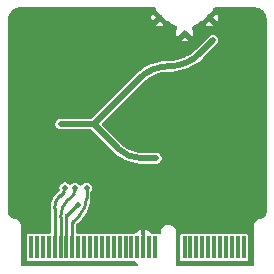
<source format=gbr>
%TF.GenerationSoftware,KiCad,Pcbnew,9.0.0*%
%TF.CreationDate,2025-05-22T16:18:29+04:00*%
%TF.ProjectId,02_01_sensor_IMU,30325f30-315f-4736-956e-736f725f494d,rev?*%
%TF.SameCoordinates,Original*%
%TF.FileFunction,Copper,L2,Bot*%
%TF.FilePolarity,Positive*%
%FSLAX46Y46*%
G04 Gerber Fmt 4.6, Leading zero omitted, Abs format (unit mm)*
G04 Created by KiCad (PCBNEW 9.0.0) date 2025-05-22 16:18:29*
%MOMM*%
%LPD*%
G01*
G04 APERTURE LIST*
%TA.AperFunction,SMDPad,CuDef*%
%ADD10R,0.350000X1.950000*%
%TD*%
%TA.AperFunction,ComponentPad*%
%ADD11C,0.454000*%
%TD*%
%TA.AperFunction,ViaPad*%
%ADD12C,0.500000*%
%TD*%
%TA.AperFunction,ViaPad*%
%ADD13C,0.700000*%
%TD*%
%TA.AperFunction,Conductor*%
%ADD14C,0.250000*%
%TD*%
%TA.AperFunction,Conductor*%
%ADD15C,0.500000*%
%TD*%
G04 APERTURE END LIST*
D10*
%TO.P,J1,2,3.3V*%
%TO.N,+3V3*%
X157501100Y-112750000D03*
%TO.P,J1,4,3.3V_EN*%
%TO.N,/3.3V_EN*%
X157001100Y-112750000D03*
%TO.P,J1,6,~{RESET}*%
%TO.N,+5V*%
X156501100Y-112750000D03*
%TO.P,J1,8,G11*%
%TO.N,/G11-SWO*%
X156001100Y-112750000D03*
%TO.P,J1,10,D0*%
%TO.N,/D0*%
X155501100Y-112750000D03*
%TO.P,J1,12,I2C_SDA*%
%TO.N,LSM6DSO32TR_SDA*%
X155001100Y-112750000D03*
%TO.P,J1,14,I2C_SCL*%
%TO.N,LSM6DSO32TR_SCL*%
X154501100Y-112750000D03*
%TO.P,J1,16,I2C_~{INT}*%
%TO.N,/I2C_~{INT}*%
X154001100Y-112750000D03*
%TO.P,J1,18,D1/CAM_TRIG*%
%TO.N,/D1-CAM_TRIG*%
X153501100Y-112750000D03*
%TO.P,J1,20,RX2*%
%TO.N,/UART_RX2*%
X153001100Y-112750000D03*
%TO.P,J1,22,TX2*%
%TO.N,/UART_TX2*%
X152501100Y-112750000D03*
%TO.P,J1,32,PWM0*%
%TO.N,/PWM0*%
X150001100Y-112750000D03*
%TO.P,J1,34,A0*%
%TO.N,/A0*%
X149501100Y-112750000D03*
%TO.P,J1,36,GND*%
%TO.N,GND*%
X149001100Y-112750000D03*
%TO.P,J1,38,A1*%
%TO.N,/A1*%
X148501100Y-112750000D03*
%TO.P,J1,40,G0/BUS0*%
%TO.N,/G0*%
X148001100Y-112750000D03*
%TO.P,J1,42,G1/BUS1*%
%TO.N,LSM6DSO32TR_pwr_cyc*%
X147501100Y-112750000D03*
%TO.P,J1,44,G2/BUS2*%
%TO.N,LSM6DSO32TR_INT1*%
X147001100Y-112750000D03*
%TO.P,J1,46,G3/BUS3*%
%TO.N,LSM6DSO32TR_INT2*%
X146501100Y-112750000D03*
%TO.P,J1,48,G4/BUS4*%
%TO.N,/G4*%
X146001100Y-112750000D03*
%TO.P,J1,50,AUD_BCLK*%
%TO.N,/AUD_BCLK*%
X145501100Y-112750000D03*
%TO.P,J1,52,AUD_LRCLK*%
%TO.N,/AUD_LRCLK*%
X145001100Y-112750000D03*
%TO.P,J1,54,AUD_IN/CAM_PCLK*%
%TO.N,/AUD_IN-CAM_PCLK*%
X144501100Y-112750000D03*
%TO.P,J1,56,AUD_OUT/CAM_MCLK*%
%TO.N,/AUD_OUT-CAM_MCLK*%
X144001100Y-112750000D03*
%TO.P,J1,58,AUD_MCLK*%
%TO.N,/AUD_MCLK*%
X143501100Y-112750000D03*
%TO.P,J1,60,SPI_SCK1/SDIO_CLK*%
%TO.N,LSM6DSO32TR_MOSI*%
X143001100Y-112750000D03*
%TO.P,J1,62,SPI_SDO1/SDIO_CMD*%
%TO.N,LSM6DSO32TR_MISO*%
X142501100Y-112750000D03*
%TO.P,J1,64,SPI_SDI1/SDIO_DATA0*%
%TO.N,LSM6DSO32TR_SCK*%
X142001100Y-112750000D03*
%TO.P,J1,66,SDIO_DATA1*%
%TO.N,LSM6DSO32TR_CS*%
X141501100Y-112750000D03*
%TO.P,J1,68,SDIO_DATA2*%
%TO.N,/SDIO_DATA2*%
X141001100Y-112750000D03*
%TO.P,J1,70,SPI_~{CS1}/SDIO_DATA3*%
%TO.N,/SDIO_DATA3-~{SPI_CS1}*%
X140501100Y-112750000D03*
%TO.P,J1,72,RTC_3V*%
%TO.N,/RTC_3V_BATT*%
X140001100Y-112750000D03*
%TO.P,J1,74,3.3V*%
%TO.N,+3V3*%
X139501100Y-112750000D03*
D11*
%TO.P,J1,GND1,GND*%
%TO.N,GND*%
X150401100Y-93275000D03*
%TO.P,J1,GND2,GND*%
X152501100Y-94575000D03*
%TO.P,J1,GND3,GND*%
X154601100Y-93275000D03*
%TD*%
D12*
%TO.N,LSM6DSO32TR_CS*%
X142357310Y-107693413D03*
D13*
%TO.N,GND*%
X149900000Y-99700000D03*
X147800000Y-110400000D03*
X146800000Y-110400000D03*
X151900000Y-101700000D03*
X157000000Y-100700000D03*
X149900000Y-100700000D03*
X149900000Y-101700000D03*
X148800000Y-108400000D03*
X150900000Y-101700000D03*
X147800000Y-109400000D03*
X157000000Y-99700000D03*
X156000000Y-99700000D03*
X148800000Y-110400000D03*
X157000000Y-101700000D03*
X148800000Y-109400000D03*
X156000000Y-100700000D03*
X150900000Y-100700000D03*
X155000000Y-99700000D03*
D12*
%TO.N,+3V3*%
X154900000Y-95200000D03*
X144800000Y-102300000D03*
X150100000Y-105200000D03*
X142000000Y-102300000D03*
%TO.N,LSM6DSO32TR_MISO*%
X143439604Y-109125707D03*
%TO.N,LSM6DSO32TR_SCK*%
X143232672Y-107704877D03*
%TO.N,LSM6DSO32TR_MOSI*%
X144200000Y-107700000D03*
%TD*%
D14*
%TO.N,LSM6DSO32TR_CS*%
X142357310Y-107693413D02*
X142360603Y-107696706D01*
X142363897Y-107818051D02*
X142363897Y-107704657D01*
X141932498Y-108367501D02*
X142280421Y-108019577D01*
X141501100Y-109408989D02*
X141501100Y-112750000D01*
X142363897Y-107818051D02*
G75*
G02*
X142280395Y-108019551I-284997J51D01*
G01*
X142363897Y-107704657D02*
G75*
G03*
X142360593Y-107696716I-11297J-43D01*
G01*
X141501100Y-109408989D02*
G75*
G02*
X141932501Y-108367504I1472900J-11D01*
G01*
D15*
%TO.N,+3V3*%
X144800000Y-102300000D02*
X146851471Y-104351471D01*
X150100000Y-105200000D02*
X148900000Y-105200000D01*
X144800000Y-102300000D02*
X142000000Y-102300000D01*
X154900000Y-95200000D02*
X153761660Y-96338339D01*
X144800000Y-102300000D02*
X148640339Y-98459660D01*
X153761660Y-96338339D02*
G75*
G02*
X151201000Y-97399005I-2560660J2560639D01*
G01*
X146851471Y-104351471D02*
G75*
G03*
X148900000Y-105199987I2048529J2048571D01*
G01*
X151201000Y-97399000D02*
G75*
G03*
X148640344Y-98459665I0J-3621300D01*
G01*
D14*
%TO.N,LSM6DSO32TR_MISO*%
X142504024Y-110009873D02*
X142506949Y-110006949D01*
X142501100Y-110016933D02*
X142501100Y-112750000D01*
X143413897Y-109125707D02*
X143439604Y-109125707D01*
X142504024Y-110009872D02*
X143370012Y-109143884D01*
X142504024Y-110009872D02*
X142504024Y-110009873D01*
X142501100Y-110016933D02*
G75*
G02*
X142504004Y-110009854I10000J33D01*
G01*
X143413897Y-109125707D02*
G75*
G03*
X143370008Y-109143880I3J-62093D01*
G01*
X142501100Y-110016933D02*
G75*
G02*
X142504005Y-110009853I10000J33D01*
G01*
%TO.N,LSM6DSO32TR_SCK*%
X143232672Y-107704877D02*
X143232672Y-107886102D01*
X142001100Y-110169752D02*
X142001100Y-112750000D01*
X142616885Y-108683113D02*
X143104526Y-108195473D01*
X143104526Y-108195473D02*
G75*
G03*
X143232657Y-107886102I-309426J309373D01*
G01*
X142616885Y-108683113D02*
G75*
G03*
X142001058Y-110169752I1486615J-1486687D01*
G01*
%TO.N,LSM6DSO32TR_MOSI*%
X144200000Y-107700000D02*
X144200000Y-108584197D01*
X143600550Y-110031398D02*
X143058537Y-110573411D01*
X143058537Y-110573411D02*
X143115974Y-110515974D01*
X143001100Y-110712076D02*
X143001100Y-112750000D01*
X144200000Y-108584197D02*
G75*
G02*
X143600561Y-110031409I-2046700J-3D01*
G01*
X143001100Y-110712076D02*
G75*
G02*
X143058549Y-110573423I196100J-24D01*
G01*
X143001100Y-110712076D02*
G75*
G02*
X143058549Y-110573423I196100J-24D01*
G01*
X143058537Y-110573411D02*
X143058537Y-110573411D01*
%TD*%
%TA.AperFunction,Conductor*%
%TO.N,GND*%
G36*
X150029082Y-92435802D02*
G01*
X150074837Y-92488606D01*
X150084781Y-92557764D01*
X150083660Y-92564308D01*
X150071677Y-92624550D01*
X150561613Y-93114487D01*
X151051547Y-93604420D01*
X151100758Y-93594632D01*
X151170349Y-93600859D01*
X151218662Y-93635046D01*
X151224697Y-93642011D01*
X151419344Y-93810673D01*
X151419350Y-93810677D01*
X151635996Y-93949907D01*
X151636019Y-93949920D01*
X151816383Y-94032289D01*
X151869187Y-94078043D01*
X151888872Y-94145083D01*
X151869188Y-94212122D01*
X151867975Y-94213973D01*
X151856840Y-94230637D01*
X151802038Y-94362941D01*
X151802036Y-94362949D01*
X151774100Y-94503392D01*
X151774100Y-94646607D01*
X151802035Y-94787050D01*
X151802038Y-94787059D01*
X151850650Y-94904420D01*
X152252905Y-94502167D01*
X152314228Y-94468682D01*
X152383920Y-94473666D01*
X152428267Y-94502167D01*
X152430389Y-94504289D01*
X152416324Y-94518355D01*
X152401100Y-94555109D01*
X152401100Y-94594891D01*
X152416324Y-94631645D01*
X152444455Y-94659776D01*
X152481209Y-94675000D01*
X152520991Y-94675000D01*
X152557745Y-94659776D01*
X152585876Y-94631645D01*
X152601100Y-94594891D01*
X152601100Y-94555109D01*
X152585876Y-94518355D01*
X152571810Y-94504289D01*
X152573932Y-94502168D01*
X152635255Y-94468683D01*
X152704947Y-94473667D01*
X152749294Y-94502168D01*
X153151547Y-94904421D01*
X153200161Y-94787058D01*
X153200163Y-94787050D01*
X153228099Y-94646607D01*
X153228100Y-94646604D01*
X153228100Y-94503396D01*
X153228099Y-94503392D01*
X153200163Y-94362949D01*
X153200161Y-94362941D01*
X153145359Y-94230637D01*
X153134225Y-94213973D01*
X153113348Y-94147296D01*
X153131833Y-94079916D01*
X153183812Y-94033226D01*
X153185817Y-94032289D01*
X153366180Y-93949920D01*
X153366184Y-93949917D01*
X153366192Y-93949914D01*
X153404264Y-93925447D01*
X154271677Y-93925447D01*
X154389041Y-93974061D01*
X154389049Y-93974063D01*
X154529492Y-94001999D01*
X154529496Y-94002000D01*
X154672704Y-94002000D01*
X154672707Y-94001999D01*
X154813150Y-93974063D01*
X154813158Y-93974061D01*
X154930521Y-93925447D01*
X154601101Y-93596026D01*
X154601100Y-93596026D01*
X154271677Y-93925447D01*
X153404264Y-93925447D01*
X153582856Y-93810673D01*
X153777498Y-93642015D01*
X153783534Y-93635049D01*
X153842307Y-93597274D01*
X153901440Y-93594632D01*
X153950651Y-93604421D01*
X154299964Y-93255109D01*
X154501100Y-93255109D01*
X154501100Y-93294891D01*
X154516324Y-93331645D01*
X154544455Y-93359776D01*
X154581209Y-93375000D01*
X154620991Y-93375000D01*
X154657745Y-93359776D01*
X154685876Y-93331645D01*
X154701100Y-93294891D01*
X154701100Y-93274999D01*
X154922126Y-93274999D01*
X154922126Y-93275000D01*
X155251547Y-93604421D01*
X155300161Y-93487058D01*
X155300163Y-93487050D01*
X155328099Y-93346607D01*
X155328100Y-93346604D01*
X155328100Y-93203396D01*
X155328099Y-93203392D01*
X155300163Y-93062949D01*
X155300161Y-93062941D01*
X155251547Y-92945577D01*
X154922126Y-93274999D01*
X154701100Y-93274999D01*
X154701100Y-93255109D01*
X154685876Y-93218355D01*
X154657745Y-93190224D01*
X154620991Y-93175000D01*
X154581209Y-93175000D01*
X154544455Y-93190224D01*
X154516324Y-93218355D01*
X154501100Y-93255109D01*
X154299964Y-93255109D01*
X154419117Y-93135957D01*
X154440587Y-93114487D01*
X154930521Y-92624550D01*
X154918538Y-92564309D01*
X154924765Y-92494717D01*
X154967628Y-92439540D01*
X155033517Y-92416295D01*
X155040155Y-92416117D01*
X158493234Y-92416117D01*
X158506716Y-92416852D01*
X158537216Y-92420187D01*
X158653104Y-92432863D01*
X158673654Y-92436890D01*
X158811775Y-92476317D01*
X158831349Y-92483743D01*
X158960838Y-92545843D01*
X158960865Y-92545856D01*
X158978917Y-92556475D01*
X159067068Y-92618914D01*
X159096114Y-92639488D01*
X159096133Y-92639501D01*
X159112142Y-92653009D01*
X159213701Y-92754570D01*
X159227208Y-92770578D01*
X159310233Y-92887796D01*
X159320852Y-92905850D01*
X159382957Y-93035356D01*
X159390387Y-93054939D01*
X159429813Y-93193063D01*
X159433840Y-93213617D01*
X159449865Y-93360146D01*
X159450600Y-93373627D01*
X159450600Y-109755872D01*
X159449451Y-109772714D01*
X159435814Y-109872185D01*
X159429333Y-109898169D01*
X159396341Y-109987818D01*
X159384432Y-110011804D01*
X159379611Y-110019341D01*
X159332964Y-110092274D01*
X159316183Y-110113144D01*
X159248633Y-110180692D01*
X159227763Y-110197471D01*
X159147286Y-110248941D01*
X159123298Y-110260850D01*
X159033656Y-110293836D01*
X159007671Y-110300317D01*
X158906155Y-110314230D01*
X158892791Y-110315329D01*
X158872130Y-110315907D01*
X158864324Y-110317542D01*
X158838078Y-110319407D01*
X158838072Y-110319408D01*
X158723484Y-110352555D01*
X158618415Y-110409056D01*
X158618407Y-110409062D01*
X158527573Y-110486380D01*
X158455019Y-110581074D01*
X158455018Y-110581076D01*
X158403992Y-110688904D01*
X158388678Y-110754259D01*
X158376775Y-110805053D01*
X158376007Y-110844291D01*
X158375600Y-110844699D01*
X158375600Y-110865177D01*
X158375590Y-110865687D01*
X158375579Y-110866282D01*
X158375579Y-110866318D01*
X158375020Y-110896650D01*
X158375600Y-110900539D01*
X158375600Y-114191117D01*
X158355915Y-114258156D01*
X158303111Y-114303911D01*
X158251600Y-114315117D01*
X151900600Y-114315117D01*
X151833561Y-114295432D01*
X151787806Y-114242628D01*
X151776600Y-114191117D01*
X151776600Y-111755247D01*
X152125600Y-111755247D01*
X152125600Y-113744752D01*
X152137231Y-113803229D01*
X152137232Y-113803230D01*
X152181547Y-113869552D01*
X152247869Y-113913867D01*
X152247870Y-113913868D01*
X152306347Y-113925499D01*
X152306350Y-113925500D01*
X152306352Y-113925500D01*
X152695851Y-113925500D01*
X152719479Y-113920799D01*
X152726905Y-113919322D01*
X152775295Y-113919322D01*
X152782720Y-113920799D01*
X152806349Y-113925500D01*
X152806352Y-113925500D01*
X153195851Y-113925500D01*
X153219479Y-113920799D01*
X153226905Y-113919322D01*
X153275295Y-113919322D01*
X153282720Y-113920799D01*
X153306349Y-113925500D01*
X153306352Y-113925500D01*
X153695851Y-113925500D01*
X153719479Y-113920799D01*
X153726905Y-113919322D01*
X153775295Y-113919322D01*
X153782720Y-113920799D01*
X153806349Y-113925500D01*
X153806352Y-113925500D01*
X154195851Y-113925500D01*
X154219479Y-113920799D01*
X154226905Y-113919322D01*
X154275295Y-113919322D01*
X154282720Y-113920799D01*
X154306349Y-113925500D01*
X154306352Y-113925500D01*
X154695851Y-113925500D01*
X154719479Y-113920799D01*
X154726905Y-113919322D01*
X154775295Y-113919322D01*
X154782720Y-113920799D01*
X154806349Y-113925500D01*
X154806352Y-113925500D01*
X155195851Y-113925500D01*
X155219479Y-113920799D01*
X155226905Y-113919322D01*
X155275295Y-113919322D01*
X155282720Y-113920799D01*
X155306349Y-113925500D01*
X155306352Y-113925500D01*
X155695851Y-113925500D01*
X155719479Y-113920799D01*
X155726905Y-113919322D01*
X155775295Y-113919322D01*
X155782720Y-113920799D01*
X155806349Y-113925500D01*
X155806352Y-113925500D01*
X156195851Y-113925500D01*
X156219479Y-113920799D01*
X156226905Y-113919322D01*
X156275295Y-113919322D01*
X156282720Y-113920799D01*
X156306349Y-113925500D01*
X156306352Y-113925500D01*
X156695851Y-113925500D01*
X156719479Y-113920799D01*
X156726905Y-113919322D01*
X156775295Y-113919322D01*
X156782720Y-113920799D01*
X156806349Y-113925500D01*
X156806352Y-113925500D01*
X157195851Y-113925500D01*
X157219479Y-113920799D01*
X157226905Y-113919322D01*
X157275295Y-113919322D01*
X157282720Y-113920799D01*
X157306349Y-113925500D01*
X157306352Y-113925500D01*
X157695850Y-113925500D01*
X157695851Y-113925499D01*
X157710668Y-113922552D01*
X157754329Y-113913868D01*
X157754329Y-113913867D01*
X157754331Y-113913867D01*
X157820652Y-113869552D01*
X157864967Y-113803231D01*
X157864967Y-113803229D01*
X157864968Y-113803229D01*
X157876599Y-113744752D01*
X157876600Y-113744750D01*
X157876600Y-111755249D01*
X157876599Y-111755247D01*
X157864968Y-111696770D01*
X157864967Y-111696769D01*
X157820652Y-111630447D01*
X157754330Y-111586132D01*
X157754329Y-111586131D01*
X157695852Y-111574500D01*
X157695848Y-111574500D01*
X157306352Y-111574500D01*
X157306351Y-111574500D01*
X157275288Y-111580678D01*
X157226912Y-111580678D01*
X157195849Y-111574500D01*
X157195848Y-111574500D01*
X156806352Y-111574500D01*
X156806351Y-111574500D01*
X156775288Y-111580678D01*
X156726912Y-111580678D01*
X156695849Y-111574500D01*
X156695848Y-111574500D01*
X156306352Y-111574500D01*
X156306351Y-111574500D01*
X156275288Y-111580678D01*
X156226912Y-111580678D01*
X156195849Y-111574500D01*
X156195848Y-111574500D01*
X155806352Y-111574500D01*
X155806351Y-111574500D01*
X155775288Y-111580678D01*
X155726912Y-111580678D01*
X155695849Y-111574500D01*
X155695848Y-111574500D01*
X155306352Y-111574500D01*
X155306351Y-111574500D01*
X155275288Y-111580678D01*
X155226912Y-111580678D01*
X155195849Y-111574500D01*
X155195848Y-111574500D01*
X154806352Y-111574500D01*
X154806351Y-111574500D01*
X154775288Y-111580678D01*
X154726912Y-111580678D01*
X154695849Y-111574500D01*
X154695848Y-111574500D01*
X154306352Y-111574500D01*
X154306351Y-111574500D01*
X154275288Y-111580678D01*
X154226912Y-111580678D01*
X154195849Y-111574500D01*
X154195848Y-111574500D01*
X153806352Y-111574500D01*
X153806351Y-111574500D01*
X153775288Y-111580678D01*
X153726912Y-111580678D01*
X153695849Y-111574500D01*
X153695848Y-111574500D01*
X153306352Y-111574500D01*
X153306351Y-111574500D01*
X153275288Y-111580678D01*
X153226912Y-111580678D01*
X153195849Y-111574500D01*
X153195848Y-111574500D01*
X152806352Y-111574500D01*
X152806351Y-111574500D01*
X152775288Y-111580678D01*
X152726912Y-111580678D01*
X152695849Y-111574500D01*
X152695848Y-111574500D01*
X152306352Y-111574500D01*
X152306347Y-111574500D01*
X152247870Y-111586131D01*
X152247869Y-111586132D01*
X152181547Y-111630447D01*
X152137232Y-111696769D01*
X152137231Y-111696770D01*
X152125600Y-111755247D01*
X151776600Y-111755247D01*
X151776600Y-111392323D01*
X151776599Y-111392319D01*
X151743981Y-111249411D01*
X151680379Y-111117340D01*
X151667532Y-111101231D01*
X151654618Y-111085037D01*
X151588983Y-111002734D01*
X151523346Y-110950390D01*
X151474379Y-110911339D01*
X151474376Y-110911337D01*
X151342309Y-110847737D01*
X151342307Y-110847736D01*
X151342306Y-110847736D01*
X151297254Y-110837453D01*
X151199397Y-110815117D01*
X151199394Y-110815117D01*
X151052806Y-110815117D01*
X151052802Y-110815117D01*
X150909890Y-110847737D01*
X150777823Y-110911337D01*
X150777820Y-110911339D01*
X150663217Y-111002734D01*
X150571822Y-111117337D01*
X150571820Y-111117340D01*
X150508220Y-111249407D01*
X150475600Y-111392319D01*
X150475600Y-111501992D01*
X150455915Y-111569031D01*
X150403111Y-111614786D01*
X150333953Y-111624730D01*
X150282710Y-111605095D01*
X150265080Y-111593315D01*
X150254331Y-111586133D01*
X150254330Y-111586132D01*
X150254329Y-111586132D01*
X150254329Y-111586131D01*
X150195852Y-111574500D01*
X150195848Y-111574500D01*
X149806352Y-111574500D01*
X149806351Y-111574500D01*
X149775288Y-111580678D01*
X149767053Y-111580683D01*
X149762330Y-111582550D01*
X149727549Y-111580711D01*
X149727084Y-111580712D01*
X149726378Y-111580572D01*
X149695848Y-111574500D01*
X149695617Y-111574500D01*
X149689493Y-111573291D01*
X149663592Y-111559790D01*
X149636509Y-111548835D01*
X149630266Y-111542418D01*
X149627535Y-111540995D01*
X149625619Y-111537643D01*
X149614243Y-111525950D01*
X149533290Y-111417812D01*
X149533287Y-111417809D01*
X149418193Y-111331649D01*
X149418186Y-111331645D01*
X149283479Y-111281403D01*
X149283472Y-111281401D01*
X149223944Y-111275000D01*
X149176100Y-111275000D01*
X149176100Y-111600986D01*
X149173549Y-111609671D01*
X149174838Y-111618633D01*
X149158065Y-111662404D01*
X149156415Y-111668025D01*
X149155661Y-111668677D01*
X149155202Y-111669877D01*
X149137233Y-111696769D01*
X149137231Y-111696773D01*
X149125600Y-111755247D01*
X149125600Y-112626000D01*
X149123049Y-112634685D01*
X149124338Y-112643647D01*
X149113359Y-112667687D01*
X149105915Y-112693039D01*
X149099074Y-112698966D01*
X149095313Y-112707203D01*
X149073078Y-112721492D01*
X149053111Y-112738794D01*
X149042596Y-112741081D01*
X149036535Y-112744977D01*
X149001600Y-112750000D01*
X149000600Y-112750000D01*
X148933561Y-112730315D01*
X148887806Y-112677511D01*
X148876600Y-112626000D01*
X148876600Y-111755249D01*
X148876599Y-111755247D01*
X148864968Y-111696773D01*
X148864967Y-111696772D01*
X148864967Y-111696769D01*
X148846997Y-111669876D01*
X148843960Y-111660176D01*
X148837306Y-111652497D01*
X148833697Y-111627397D01*
X148826120Y-111603199D01*
X148826100Y-111600986D01*
X148826100Y-111275000D01*
X148778255Y-111275000D01*
X148718727Y-111281401D01*
X148718720Y-111281403D01*
X148584013Y-111331645D01*
X148584006Y-111331649D01*
X148468912Y-111417809D01*
X148387956Y-111525951D01*
X148365880Y-111542475D01*
X148346007Y-111561597D01*
X148336583Y-111564406D01*
X148332022Y-111567821D01*
X148312706Y-111573291D01*
X148306582Y-111574500D01*
X148306352Y-111574500D01*
X148275824Y-111580572D01*
X148275116Y-111580712D01*
X148274742Y-111580678D01*
X148226912Y-111580678D01*
X148195849Y-111574500D01*
X148195848Y-111574500D01*
X147806352Y-111574500D01*
X147806351Y-111574500D01*
X147775288Y-111580678D01*
X147726912Y-111580678D01*
X147695849Y-111574500D01*
X147695848Y-111574500D01*
X147306352Y-111574500D01*
X147306351Y-111574500D01*
X147275288Y-111580678D01*
X147226912Y-111580678D01*
X147195849Y-111574500D01*
X147195848Y-111574500D01*
X146806352Y-111574500D01*
X146806351Y-111574500D01*
X146775288Y-111580678D01*
X146726912Y-111580678D01*
X146695849Y-111574500D01*
X146695848Y-111574500D01*
X146306352Y-111574500D01*
X146306351Y-111574500D01*
X146275288Y-111580678D01*
X146226912Y-111580678D01*
X146195849Y-111574500D01*
X146195848Y-111574500D01*
X145806352Y-111574500D01*
X145806351Y-111574500D01*
X145775288Y-111580678D01*
X145726912Y-111580678D01*
X145695849Y-111574500D01*
X145695848Y-111574500D01*
X145306352Y-111574500D01*
X145306351Y-111574500D01*
X145275288Y-111580678D01*
X145226912Y-111580678D01*
X145195849Y-111574500D01*
X145195848Y-111574500D01*
X144806352Y-111574500D01*
X144806351Y-111574500D01*
X144775288Y-111580678D01*
X144726912Y-111580678D01*
X144695849Y-111574500D01*
X144695848Y-111574500D01*
X144306352Y-111574500D01*
X144306351Y-111574500D01*
X144275288Y-111580678D01*
X144226912Y-111580678D01*
X144195849Y-111574500D01*
X144195848Y-111574500D01*
X143806352Y-111574500D01*
X143806351Y-111574500D01*
X143775288Y-111580678D01*
X143726912Y-111580678D01*
X143695849Y-111574500D01*
X143695848Y-111574500D01*
X143450600Y-111574500D01*
X143383561Y-111554815D01*
X143337806Y-111502011D01*
X143326600Y-111450500D01*
X143326600Y-110817037D01*
X143346285Y-110749998D01*
X143362919Y-110729356D01*
X143376439Y-110715836D01*
X143442967Y-110649308D01*
X143794261Y-110298013D01*
X143794264Y-110298012D01*
X143794400Y-110297875D01*
X143794453Y-110297846D01*
X143830729Y-110261569D01*
X143924926Y-110167368D01*
X144091042Y-109959059D01*
X144232790Y-109733461D01*
X144348389Y-109493411D01*
X144436385Y-109241927D01*
X144495670Y-108982173D01*
X144525501Y-108717414D01*
X144525500Y-108584197D01*
X144525500Y-108532642D01*
X144525500Y-108062964D01*
X144545185Y-107995925D01*
X144555548Y-107983064D01*
X144555542Y-107983059D01*
X144560481Y-107976620D01*
X144560489Y-107976613D01*
X144619799Y-107873886D01*
X144650500Y-107759309D01*
X144650500Y-107640691D01*
X144619799Y-107526114D01*
X144560489Y-107423387D01*
X144476613Y-107339511D01*
X144373886Y-107280201D01*
X144259309Y-107249500D01*
X144140691Y-107249500D01*
X144026114Y-107280201D01*
X144026112Y-107280201D01*
X144026112Y-107280202D01*
X143923387Y-107339511D01*
X143923384Y-107339513D01*
X143839513Y-107423384D01*
X143839509Y-107423390D01*
X143822314Y-107453172D01*
X143771746Y-107501387D01*
X143703139Y-107514608D01*
X143638275Y-107488639D01*
X143607542Y-107453171D01*
X143593165Y-107428270D01*
X143593162Y-107428267D01*
X143593161Y-107428264D01*
X143509285Y-107344388D01*
X143406558Y-107285078D01*
X143291981Y-107254377D01*
X143173363Y-107254377D01*
X143058786Y-107285078D01*
X143058784Y-107285078D01*
X143058784Y-107285079D01*
X142956059Y-107344388D01*
X142956056Y-107344390D01*
X142888404Y-107412043D01*
X142827081Y-107445528D01*
X142757389Y-107440544D01*
X142713042Y-107412043D01*
X142633925Y-107332926D01*
X142633923Y-107332924D01*
X142531196Y-107273614D01*
X142416619Y-107242913D01*
X142298001Y-107242913D01*
X142183424Y-107273614D01*
X142183422Y-107273614D01*
X142183422Y-107273615D01*
X142080697Y-107332924D01*
X142080694Y-107332926D01*
X141996823Y-107416797D01*
X141996821Y-107416800D01*
X141937511Y-107519527D01*
X141906810Y-107634104D01*
X141906810Y-107752722D01*
X141926348Y-107825641D01*
X141926063Y-107837640D01*
X141930258Y-107848887D01*
X141925247Y-107871923D01*
X141924686Y-107895490D01*
X141917587Y-107907136D01*
X141915407Y-107917160D01*
X141894256Y-107945415D01*
X141738789Y-108100884D01*
X141738786Y-108100885D01*
X141702334Y-108137338D01*
X141667266Y-108172406D01*
X141667219Y-108172458D01*
X141618983Y-108220695D01*
X141475476Y-108407717D01*
X141357609Y-108611869D01*
X141357608Y-108611870D01*
X141267389Y-108829675D01*
X141206372Y-109057390D01*
X141175600Y-109291114D01*
X141175600Y-111450500D01*
X141155915Y-111517539D01*
X141103111Y-111563294D01*
X141051600Y-111574500D01*
X140806351Y-111574500D01*
X140775288Y-111580678D01*
X140726912Y-111580678D01*
X140695849Y-111574500D01*
X140695848Y-111574500D01*
X140306352Y-111574500D01*
X140306351Y-111574500D01*
X140275288Y-111580678D01*
X140226912Y-111580678D01*
X140195849Y-111574500D01*
X140195848Y-111574500D01*
X139806352Y-111574500D01*
X139806351Y-111574500D01*
X139775288Y-111580678D01*
X139726912Y-111580678D01*
X139695849Y-111574500D01*
X139695848Y-111574500D01*
X139306352Y-111574500D01*
X139306347Y-111574500D01*
X139247870Y-111586131D01*
X139247869Y-111586132D01*
X139181547Y-111630447D01*
X139137232Y-111696769D01*
X139137231Y-111696770D01*
X139125600Y-111755247D01*
X139125600Y-113744752D01*
X139137231Y-113803229D01*
X139137232Y-113803230D01*
X139181547Y-113869552D01*
X139247869Y-113913867D01*
X139247870Y-113913868D01*
X139306347Y-113925499D01*
X139306350Y-113925500D01*
X139306352Y-113925500D01*
X139695851Y-113925500D01*
X139719479Y-113920799D01*
X139726905Y-113919322D01*
X139775295Y-113919322D01*
X139782720Y-113920799D01*
X139806349Y-113925500D01*
X139806352Y-113925500D01*
X140195851Y-113925500D01*
X140219479Y-113920799D01*
X140226905Y-113919322D01*
X140275295Y-113919322D01*
X140282720Y-113920799D01*
X140306349Y-113925500D01*
X140306352Y-113925500D01*
X140695851Y-113925500D01*
X140719479Y-113920799D01*
X140726905Y-113919322D01*
X140775295Y-113919322D01*
X140782720Y-113920799D01*
X140806349Y-113925500D01*
X140806352Y-113925500D01*
X141195851Y-113925500D01*
X141219479Y-113920799D01*
X141226905Y-113919322D01*
X141275295Y-113919322D01*
X141282720Y-113920799D01*
X141306349Y-113925500D01*
X141306352Y-113925500D01*
X141695851Y-113925500D01*
X141719479Y-113920799D01*
X141726905Y-113919322D01*
X141775295Y-113919322D01*
X141782720Y-113920799D01*
X141806349Y-113925500D01*
X141806352Y-113925500D01*
X142195851Y-113925500D01*
X142219479Y-113920799D01*
X142226905Y-113919322D01*
X142275295Y-113919322D01*
X142282720Y-113920799D01*
X142306349Y-113925500D01*
X142306352Y-113925500D01*
X142695851Y-113925500D01*
X142719479Y-113920799D01*
X142726905Y-113919322D01*
X142775295Y-113919322D01*
X142782720Y-113920799D01*
X142806349Y-113925500D01*
X142806352Y-113925500D01*
X143195851Y-113925500D01*
X143219479Y-113920799D01*
X143226905Y-113919322D01*
X143275295Y-113919322D01*
X143282720Y-113920799D01*
X143306349Y-113925500D01*
X143306352Y-113925500D01*
X143695851Y-113925500D01*
X143719479Y-113920799D01*
X143726905Y-113919322D01*
X143775295Y-113919322D01*
X143782720Y-113920799D01*
X143806349Y-113925500D01*
X143806352Y-113925500D01*
X144195851Y-113925500D01*
X144219479Y-113920799D01*
X144226905Y-113919322D01*
X144275295Y-113919322D01*
X144282720Y-113920799D01*
X144306349Y-113925500D01*
X144306352Y-113925500D01*
X144695851Y-113925500D01*
X144719479Y-113920799D01*
X144726905Y-113919322D01*
X144775295Y-113919322D01*
X144782720Y-113920799D01*
X144806349Y-113925500D01*
X144806352Y-113925500D01*
X145195851Y-113925500D01*
X145219479Y-113920799D01*
X145226905Y-113919322D01*
X145275295Y-113919322D01*
X145282720Y-113920799D01*
X145306349Y-113925500D01*
X145306352Y-113925500D01*
X145695851Y-113925500D01*
X145719479Y-113920799D01*
X145726905Y-113919322D01*
X145775295Y-113919322D01*
X145782720Y-113920799D01*
X145806349Y-113925500D01*
X145806352Y-113925500D01*
X146195851Y-113925500D01*
X146219479Y-113920799D01*
X146226905Y-113919322D01*
X146275295Y-113919322D01*
X146282720Y-113920799D01*
X146306349Y-113925500D01*
X146306352Y-113925500D01*
X146695851Y-113925500D01*
X146719479Y-113920799D01*
X146726905Y-113919322D01*
X146775295Y-113919322D01*
X146782720Y-113920799D01*
X146806349Y-113925500D01*
X146806352Y-113925500D01*
X147195851Y-113925500D01*
X147219479Y-113920799D01*
X147226905Y-113919322D01*
X147275295Y-113919322D01*
X147282720Y-113920799D01*
X147306349Y-113925500D01*
X147306352Y-113925500D01*
X147695851Y-113925500D01*
X147719479Y-113920799D01*
X147726905Y-113919322D01*
X147775295Y-113919322D01*
X147782720Y-113920799D01*
X147806349Y-113925500D01*
X147806352Y-113925500D01*
X148195851Y-113925500D01*
X148219479Y-113920799D01*
X148226904Y-113919321D01*
X148235142Y-113919315D01*
X148239873Y-113917447D01*
X148274622Y-113919286D01*
X148275114Y-113919286D01*
X148306352Y-113925500D01*
X148306592Y-113925500D01*
X148312710Y-113926708D01*
X148338501Y-113940152D01*
X148365484Y-113951000D01*
X148371867Y-113957546D01*
X148374667Y-113959006D01*
X148376615Y-113962415D01*
X148387958Y-113974049D01*
X148468911Y-114082189D01*
X148481818Y-114091851D01*
X148523688Y-114147785D01*
X148528672Y-114217477D01*
X148495186Y-114278799D01*
X148433862Y-114312284D01*
X148407506Y-114315117D01*
X138750600Y-114315117D01*
X138683561Y-114295432D01*
X138637806Y-114242628D01*
X138626600Y-114191117D01*
X138626600Y-110881241D01*
X138627044Y-110880593D01*
X138626600Y-110864897D01*
X138626600Y-110844699D01*
X138626600Y-110826203D01*
X138625358Y-110820392D01*
X138624921Y-110804774D01*
X138596979Y-110689222D01*
X138545670Y-110581983D01*
X138473227Y-110487723D01*
X138382803Y-110410546D01*
X138278333Y-110353810D01*
X138278331Y-110353809D01*
X138278326Y-110353807D01*
X138164368Y-110319986D01*
X138164370Y-110319986D01*
X138164365Y-110319985D01*
X138164363Y-110319984D01*
X138164360Y-110319984D01*
X138138070Y-110317895D01*
X138137667Y-110317863D01*
X138119954Y-110316397D01*
X138118915Y-110315596D01*
X138105852Y-110315230D01*
X138102491Y-110314952D01*
X138101888Y-110314719D01*
X138095880Y-110314225D01*
X137994523Y-110300333D01*
X137968538Y-110293853D01*
X137878887Y-110260863D01*
X137854901Y-110248955D01*
X137774423Y-110197486D01*
X137753555Y-110180709D01*
X137685997Y-110113152D01*
X137669222Y-110092288D01*
X137617751Y-110011812D01*
X137605842Y-109987826D01*
X137603102Y-109980381D01*
X137572847Y-109898169D01*
X137566367Y-109872187D01*
X137552749Y-109772844D01*
X137551600Y-109756003D01*
X137551600Y-102240691D01*
X141549500Y-102240691D01*
X141549500Y-102359309D01*
X141580201Y-102473886D01*
X141639511Y-102576613D01*
X141723387Y-102660489D01*
X141826114Y-102719799D01*
X141940691Y-102750500D01*
X144562035Y-102750500D01*
X144629074Y-102770185D01*
X144649716Y-102786819D01*
X146490982Y-104628085D01*
X146490984Y-104628088D01*
X146496601Y-104633704D01*
X146496622Y-104633744D01*
X146532914Y-104670035D01*
X146649202Y-104786321D01*
X146714018Y-104839513D01*
X146903452Y-104994975D01*
X146903459Y-104994980D01*
X147039261Y-105085718D01*
X147176934Y-105177707D01*
X147467008Y-105332752D01*
X147770882Y-105458619D01*
X148085629Y-105554095D01*
X148085635Y-105554096D01*
X148085638Y-105554097D01*
X148085649Y-105554100D01*
X148408219Y-105618262D01*
X148735545Y-105650500D01*
X148735548Y-105650500D01*
X150159306Y-105650500D01*
X150159309Y-105650500D01*
X150273886Y-105619799D01*
X150376613Y-105560489D01*
X150460489Y-105476613D01*
X150519799Y-105373886D01*
X150550500Y-105259309D01*
X150550500Y-105140691D01*
X150519799Y-105026114D01*
X150460489Y-104923387D01*
X150376613Y-104839511D01*
X150273886Y-104780201D01*
X150159309Y-104749500D01*
X150159306Y-104749500D01*
X148903480Y-104749500D01*
X148896528Y-104749305D01*
X148876641Y-104748188D01*
X148633023Y-104734507D01*
X148619205Y-104732950D01*
X148362452Y-104689326D01*
X148348896Y-104686232D01*
X148098636Y-104614135D01*
X148085511Y-104609542D01*
X147844907Y-104509882D01*
X147832385Y-104503852D01*
X147604443Y-104377875D01*
X147592670Y-104370477D01*
X147380267Y-104219772D01*
X147369395Y-104211102D01*
X147172764Y-104035385D01*
X147167709Y-104030606D01*
X145524783Y-102387680D01*
X145491298Y-102326357D01*
X145496282Y-102256665D01*
X145524783Y-102212318D01*
X145923920Y-101813181D01*
X148956741Y-98780360D01*
X148961118Y-98776193D01*
X149068230Y-98679111D01*
X149184941Y-98573331D01*
X149194347Y-98565612D01*
X149434497Y-98387503D01*
X149444602Y-98380750D01*
X149701066Y-98227030D01*
X149711787Y-98221301D01*
X149933131Y-98116612D01*
X149982081Y-98093460D01*
X149993298Y-98088813D01*
X150274839Y-97988075D01*
X150286447Y-97984554D01*
X150576495Y-97911901D01*
X150588426Y-97909527D01*
X150884180Y-97865655D01*
X150896284Y-97864463D01*
X151197743Y-97849653D01*
X151203827Y-97849505D01*
X151378781Y-97849505D01*
X151378781Y-97849504D01*
X151732986Y-97818516D01*
X152083144Y-97756773D01*
X152426588Y-97664747D01*
X152760704Y-97543138D01*
X153082950Y-97392871D01*
X153390874Y-97215091D01*
X153682130Y-97011149D01*
X153954504Y-96782599D01*
X154020833Y-96716267D01*
X154020835Y-96716267D01*
X154038273Y-96698829D01*
X154038274Y-96698829D01*
X155260489Y-95476614D01*
X155319799Y-95373887D01*
X155328025Y-95343186D01*
X155350500Y-95259309D01*
X155350500Y-95140691D01*
X155319799Y-95026114D01*
X155278214Y-94954087D01*
X155260489Y-94923386D01*
X155176614Y-94839511D01*
X155125250Y-94809856D01*
X155073888Y-94780201D01*
X155061780Y-94776957D01*
X155049673Y-94773713D01*
X155049670Y-94773712D01*
X155011478Y-94763478D01*
X154959309Y-94749500D01*
X154840691Y-94749500D01*
X154750325Y-94773713D01*
X154750324Y-94773712D01*
X154726116Y-94780199D01*
X154726113Y-94780200D01*
X154623386Y-94839511D01*
X154623383Y-94839513D01*
X153467604Y-95995291D01*
X153445261Y-96017634D01*
X153440854Y-96021831D01*
X153217058Y-96224669D01*
X153207651Y-96232388D01*
X152967508Y-96410492D01*
X152957390Y-96417253D01*
X152700943Y-96570962D01*
X152690211Y-96576699D01*
X152419922Y-96704537D01*
X152408680Y-96709193D01*
X152127181Y-96809916D01*
X152115535Y-96813449D01*
X151825504Y-96886097D01*
X151813570Y-96888471D01*
X151517822Y-96932342D01*
X151505712Y-96933535D01*
X151218292Y-96947655D01*
X151204256Y-96948345D01*
X151198173Y-96948494D01*
X151023216Y-96948494D01*
X150669011Y-96979483D01*
X150318861Y-97041225D01*
X150318854Y-97041226D01*
X150134802Y-97090543D01*
X149975412Y-97133252D01*
X149975409Y-97133253D01*
X149975408Y-97133253D01*
X149788778Y-97201181D01*
X149641295Y-97254861D01*
X149641291Y-97254862D01*
X149641285Y-97254865D01*
X149641277Y-97254868D01*
X149319058Y-97405123D01*
X149319042Y-97405131D01*
X149011131Y-97582905D01*
X148719862Y-97786854D01*
X148447510Y-98015386D01*
X148447486Y-98015408D01*
X148346283Y-98116612D01*
X144649716Y-101813181D01*
X144588393Y-101846666D01*
X144562035Y-101849500D01*
X141940691Y-101849500D01*
X141826114Y-101880201D01*
X141826112Y-101880201D01*
X141826112Y-101880202D01*
X141723387Y-101939511D01*
X141723384Y-101939513D01*
X141639513Y-102023384D01*
X141639511Y-102023387D01*
X141580201Y-102126114D01*
X141549500Y-102240691D01*
X137551600Y-102240691D01*
X137551600Y-95225447D01*
X152171677Y-95225447D01*
X152289041Y-95274061D01*
X152289049Y-95274063D01*
X152429492Y-95301999D01*
X152429496Y-95302000D01*
X152572704Y-95302000D01*
X152572707Y-95301999D01*
X152713150Y-95274063D01*
X152713158Y-95274061D01*
X152830521Y-95225447D01*
X152501101Y-94896026D01*
X152501100Y-94896026D01*
X152171677Y-95225447D01*
X137551600Y-95225447D01*
X137551600Y-93925447D01*
X150071677Y-93925447D01*
X150189041Y-93974061D01*
X150189049Y-93974063D01*
X150329492Y-94001999D01*
X150329496Y-94002000D01*
X150472704Y-94002000D01*
X150472707Y-94001999D01*
X150613150Y-93974063D01*
X150613158Y-93974061D01*
X150730521Y-93925447D01*
X150401101Y-93596026D01*
X150401100Y-93596026D01*
X150071677Y-93925447D01*
X137551600Y-93925447D01*
X137551600Y-93373470D01*
X137552335Y-93359989D01*
X137552358Y-93359776D01*
X137568343Y-93213611D01*
X137570346Y-93203392D01*
X149674100Y-93203392D01*
X149674100Y-93346607D01*
X149702035Y-93487050D01*
X149702038Y-93487059D01*
X149750650Y-93604420D01*
X150080073Y-93275000D01*
X150060182Y-93255109D01*
X150301100Y-93255109D01*
X150301100Y-93294891D01*
X150316324Y-93331645D01*
X150344455Y-93359776D01*
X150381209Y-93375000D01*
X150420991Y-93375000D01*
X150457745Y-93359776D01*
X150485876Y-93331645D01*
X150501100Y-93294891D01*
X150501100Y-93255109D01*
X150485876Y-93218355D01*
X150457745Y-93190224D01*
X150420991Y-93175000D01*
X150381209Y-93175000D01*
X150344455Y-93190224D01*
X150316324Y-93218355D01*
X150301100Y-93255109D01*
X150060182Y-93255109D01*
X149750651Y-92945578D01*
X149702036Y-93062949D01*
X149702035Y-93062949D01*
X149674100Y-93203392D01*
X137570346Y-93203392D01*
X137572370Y-93193061D01*
X137580873Y-93163271D01*
X137600572Y-93094257D01*
X137611797Y-93054931D01*
X137619223Y-93035356D01*
X137681335Y-92905836D01*
X137691953Y-92887786D01*
X137774980Y-92770565D01*
X137788478Y-92754566D01*
X137890053Y-92652989D01*
X137906048Y-92639493D01*
X138023275Y-92556459D01*
X138041318Y-92545845D01*
X138170846Y-92483726D01*
X138190415Y-92476302D01*
X138328541Y-92436873D01*
X138349091Y-92432846D01*
X138495327Y-92416851D01*
X138508809Y-92416117D01*
X149962043Y-92416117D01*
X150029082Y-92435802D01*
G37*
%TD.AperFunction*%
%TD*%
M02*

</source>
